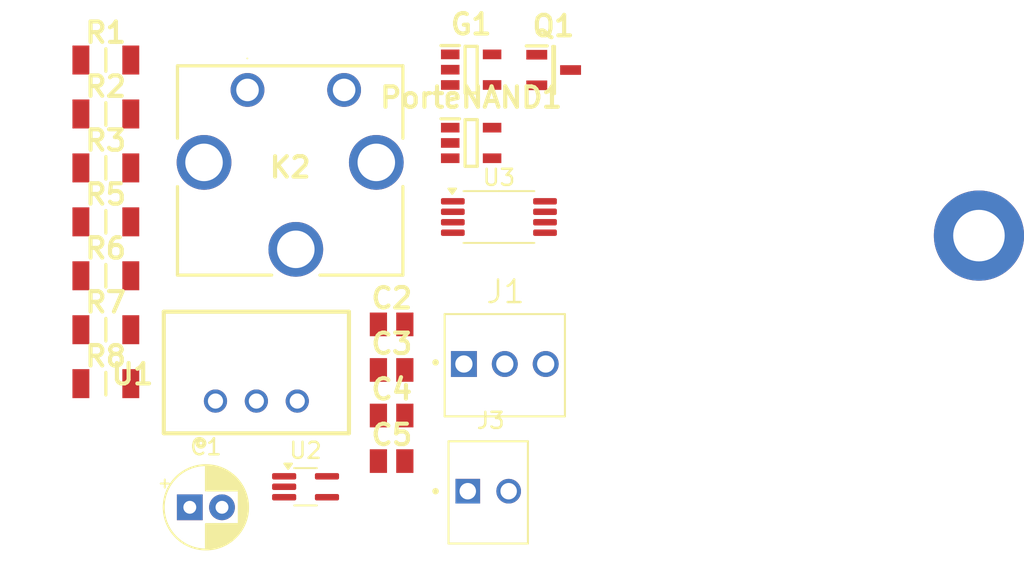
<source format=kicad_pcb>
(kicad_pcb (version 20240108) (generator "pcbnew") (generator_version "8.0")
  (layers (0 "F.Cu" signal) (31 "B.Cu" signal) (34 "B.Paste" user) (35 "F.Paste" user) (36 "B.SilkS" user "B.Silkscreen") (37 "F.SilkS" user "F.Silkscreen") (38 "B.Mask" user) (39 "F.Mask" user) (44 "Edge.Cuts" user))
  (net 0 "")
  (net 1 "GND")
  (net 2 "+12V")
  (net 3 "+5V")
  (net 4 "/SCS_Compliance")
  (net 5 "Net-(G1-Pad4)")
  (net 6 "Net-(G1-Pad1)")
  (net 7 "/SC in")
  (net 8 "/SC out")
  (net 9 "/Raw_Relay_On")
  (net 11 "Net-(K2-Pad1)")
  (net 12 "/Relay_Closed")
  (net 13 "/Raw_Relay_Closed")
  (net 14 "/0.75V")
  (net 15 "/4.25V")
  (footprint "EPSA_lib:RESC3216X70N" (layer "F.Cu") (at 121.03 73.55)
    (property "Reference" "R1" (at -0.011901 -1.701971 0) (layer "F.SilkS") (effects (font (size 1.27 1.27) (thickness 0.254))))
    (property "Value" "500k" (hide yes))
    (fp_line (start 0 -0.7) (end 0 0.7) (stroke (width 0.2)) (layer "F.SilkS"))
    (pad "1" smd rect (at -1.55 0) (size 1.05 1.8) (layers "F.Cu" "F.Paste" "F.Mask") (net 13 "/Raw_Relay_Closed"))
    (pad "2" smd rect (at 1.55 0) (size 1.05 1.8) (layers "F.Cu" "F.Paste" "F.Mask") (net 1 "GND"))
  )
  (footprint "EPSA_lib:CP112V" (layer "F.Cu") (at 129.829 75.408)
    (property "Reference" "K2" (at 2.65 4.808 0) (layer "F.SilkS") (effects (font (size 1.27 1.27) (thickness 0.254))))
    (property "Value" "Relais PCB" (hide yes))
    (fp_line (start -4.35 -1.5) (end 9.65 -1.5) (stroke (width 0.2)) (layer "F.SilkS"))
    (fp_line (start -4.35 3) (end -4.35 -1.5) (stroke (width 0.2)) (layer "F.SilkS"))
    (fp_line (start -4.35 6) (end -4.35 11.5) (stroke (width 0.2)) (layer "F.SilkS"))
    (fp_line (start -4.35 11.5) (end 1.5 11.5) (stroke (width 0.2)) (layer "F.SilkS"))
    (fp_line (start -0.039 -1.956) (end -0.039 -1.956) (stroke (width 0.053)) (layer "F.SilkS"))
    (fp_line (start 0.014 -1.956) (end 0.014 -1.956) (stroke (width 0.053)) (layer "F.SilkS"))
    (fp_line (start 4.5 11.5) (end 9.5 11.5) (stroke (width 0.2)) (layer "F.SilkS"))
    (fp_line (start 9.5 11.5) (end 9.65 11.5) (stroke (width 0.2)) (layer "F.SilkS"))
    (fp_line (start 9.65 -1.5) (end 9.65 3) (stroke (width 0.2)) (layer "F.SilkS"))
    (fp_line (start 9.65 11.5) (end 9.65 6) (stroke (width 0.2)) (layer "F.SilkS"))
    (fp_arc (start -0.039 -1.955) (mid -0.013 -1.982) (end 0.014 -1.956) (stroke (width 0.053)) (layer "F.SilkS"))
    (fp_arc (start 0.014 -1.955) (mid -0.013 -1.929) (end -0.039 -1.956) (stroke (width 0.053)) (layer "F.SilkS"))
    (pad "1" thru_hole circle (at 0 0) (size 2.1 2.1) (drill 1.4) (layers "*.Cu" "*.Mask") (net 11 "Net-(K2-Pad1)"))
    (pad "2" thru_hole circle (at -2.7 4.5) (size 3.4 3.4) (drill 2.33) (layers "*.Cu" "*.Mask") (net 7 "/SC in"))
    (pad "3" thru_hole circle (at 3 9.9) (size 3.4 3.4) (drill 2.33) (layers "*.Cu" "*.Mask"))
    (pad "4" thru_hole circle (at 8 4.5) (size 3.4 3.4) (drill 2.33) (layers "*.Cu" "*.Mask") (net 8 "/SC out"))
    (pad "5" thru_hole circle (at 6 0) (size 2.1 2.1) (drill 1.4) (layers "*.Cu" "*.Mask") (net 2 "+12V"))
  )
  (footprint "EPSA_lib:CAPC2012X130N" (layer "F.Cu") (at 138.78 98.46)
    (property "Reference" "C5" (at 0.011623 -1.627268 0) (layer "F.SilkS") (effects (font (size 1.27 1.27) (thickness 0.254))))
    (property "Value" "10n" (hide yes))
    (pad "1" smd rect (at -0.82 0) (size 1.07 1.47) (layers "F.Cu" "F.Paste" "F.Mask") (net 1 "GND"))
    (pad "2" smd rect (at 0.82 0) (size 1.07 1.47) (layers "F.Cu" "F.Paste" "F.Mask") (net 3 "+5V"))
  )
  (footprint "EPSA_lib:RESC3216X70N" (layer "F.Cu") (at 121.03 86.95)
    (property "Reference" "R6" (at -0.011901 -1.701971 0) (layer "F.SilkS") (effects (font (size 1.27 1.27) (thickness 0.254))))
    (property "Value" "12k" (hide yes))
    (fp_line (start 0 -0.7) (end 0 0.7) (stroke (width 0.2)) (layer "F.SilkS"))
    (pad "1" smd rect (at -1.55 0) (size 1.05 1.8) (layers "F.Cu" "F.Paste" "F.Mask") (net 15 "/4.25V"))
    (pad "2" smd rect (at 1.55 0) (size 1.05 1.8) (layers "F.Cu" "F.Paste" "F.Mask") (net 3 "+5V"))
  )
  (footprint "EPSA_lib:RESC3216X70N" (layer "F.Cu") (at 121.03 76.9)
    (property "Reference" "R2" (at -0.011901 -1.701971 0) (layer "F.SilkS") (effects (font (size 1.27 1.27) (thickness 0.254))))
    (property "Value" "82k" (hide yes))
    (fp_line (start 0 -0.7) (end 0 0.7) (stroke (width 0.2)) (layer "F.SilkS"))
    (pad "1" smd rect (at -1.55 0) (size 1.05 1.8) (layers "F.Cu" "F.Paste" "F.Mask") (net 14 "/0.75V"))
    (pad "2" smd rect (at 1.55 0) (size 1.05 1.8) (layers "F.Cu" "F.Paste" "F.Mask") (net 3 "+5V"))
  )
  (footprint "EPSA_lib:SOT95P237X112-3N" (layer "F.Cu") (at 148.845 74.17)
    (property "Reference" "Q1" (at -0.013584 -2.730562 0) (layer "F.SilkS") (effects (font (size 1.27 1.27) (thickness 0.254))))
    (property "Value" "NMOS SQ2348ES-T1_GE3" (hide yes))
    (fp_line (start -1.7 -1.5) (end -0.4 -1.5) (stroke (width 0.2)) (layer "F.SilkS"))
    (fp_line (start -0.05 -1.46) (end 0.05 -1.46) (stroke (width 0.2)) (layer "F.SilkS"))
    (fp_line (start -0.05 1.46) (end -0.05 -1.46) (stroke (width 0.2)) (layer "F.SilkS"))
    (fp_line (start 0.05 -1.46) (end 0.05 1.46) (stroke (width 0.2)) (layer "F.SilkS"))
    (fp_line (start 0.05 1.46) (end -0.05 1.46) (stroke (width 0.2)) (layer "F.SilkS"))
    (pad "1" smd rect (at -1.05 -0.95 90) (size 0.6 1.3) (layers "F.Cu" "F.Paste" "F.Mask") (net 5 "Net-(G1-Pad4)"))
    (pad "2" smd rect (at -1.05 0.95 90) (size 0.6 1.3) (layers "F.Cu" "F.Paste" "F.Mask") (net 1 "GND"))
    (pad "3" smd rect (at 1.05 0 90) (size 0.6 1.3) (layers "F.Cu" "F.Paste" "F.Mask") (net 11 "Net-(K2-Pad1)"))
  )
  (footprint "EPSA_lib:CAPC2012X130N" (layer "F.Cu") (at 138.78 89.97)
    (property "Reference" "C2" (at 0.011623 -1.627268 0) (layer "F.SilkS") (effects (font (size 1.27 1.27) (thickness 0.254))))
    (property "Value" "10n" (hide yes))
    (pad "1" smd rect (at -0.82 0) (size 1.07 1.47) (layers "F.Cu" "F.Paste" "F.Mask") (net 1 "GND"))
    (pad "2" smd rect (at 0.82 0) (size 1.07 1.47) (layers "F.Cu" "F.Paste" "F.Mask") (net 3 "+5V"))
  )
  (footprint "EPSA_lib:MOLEX_22-11-2032" (layer "F.Cu") (at 143.27 92.43)
    (property "Reference" "J1" (at 2.585 -4.489 0) (layer "F.SilkS") (effects (font (size 1.4 1.4))))
    (property "Value" "3P Droit 22-11-2032")
    (fp_line (start -1.195 -3.1) (end -1.195 3.25) (stroke (width 0.127)) (layer "F.SilkS"))
    (fp_line (start -1.195 3.25) (end 6.275 3.25) (stroke (width 0.127)) (layer "F.SilkS"))
    (fp_line (start 6.275 -3.1) (end -1.195 -3.1) (stroke (width 0.127)) (layer "F.SilkS"))
    (fp_line (start 6.275 3.25) (end 6.275 -3.1) (stroke (width 0.127)) (layer "F.SilkS"))
    (fp_circle (center -1.76 -0.1) (end -1.66 -0.1) (stroke (width 0.2)) (fill none) (layer "F.SilkS"))
    (pad "1" thru_hole rect (at 0 0) (size 1.61 1.61) (drill 1.07) (layers "*.Cu" "*.Mask") (net 7 "/SC in"))
    (pad "2" thru_hole circle (at 2.54 0) (size 1.61 1.61) (drill 1.07) (layers "*.Cu" "*.Mask") (net 9 "/Raw_Relay_On"))
    (pad "3" thru_hole circle (at 5.08 0) (size 1.61 1.61) (drill 1.07) (layers "*.Cu" "*.Mask") (net 8 "/SC out"))
  )
  (footprint "EPSA_lib:MOLEX_22-11-2022" (layer "F.Cu") (at 143.51 100.33)
    (property "Reference" "J3" (at 1.425 -4.385 0) (layer "F.SilkS"))
    (property "Value" "2P Droit 2-11-2022")
    (fp_line (start -1.195 -3.1) (end 3.735 -3.1) (stroke (width 0.127)) (layer "F.SilkS"))
    (fp_line (start -1.195 3.25) (end -1.195 -3.1) (stroke (width 0.127)) (layer "F.SilkS"))
    (fp_line (start 3.735 -3.1) (end 3.735 3.25) (stroke (width 0.127)) (layer "F.SilkS"))
    (fp_line (start 3.735 3.25) (end -1.195 3.25) (stroke (width 0.127)) (layer "F.SilkS"))
    (fp_circle (center -2 0) (end -1.9 0) (stroke (width 0.2)) (fill none) (layer "F.SilkS"))
    (pad "1" thru_hole rect (at 0 0) (size 1.53 1.53) (drill 1.02) (layers "*.Cu" "*.Mask") (net 1 "GND"))
    (pad "2" thru_hole circle (at 2.54 0) (size 1.53 1.53) (drill 1.02) (layers "*.Cu" "*.Mask") (net 2 "+12V"))
  )
  (footprint "EPSA_lib:CAPC2012X130N" (layer "F.Cu") (at 138.78 92.8)
    (property "Reference" "C3" (at 0.011623 -1.627268 0) (layer "F.SilkS") (effects (font (size 1.27 1.27) (thickness 0.254))))
    (property "Value" "10n" (hide yes))
    (pad "1" smd rect (at -0.82 0) (size 1.07 1.47) (layers "F.Cu" "F.Paste" "F.Mask") (net 1 "GND"))
    (pad "2" smd rect (at 0.82 0) (size 1.07 1.47) (layers "F.Cu" "F.Paste" "F.Mask") (net 3 "+5V"))
  )
  (footprint "EPSA_lib:CAPC2012X130N" (layer "F.Cu") (at 138.78 95.63)
    (property "Reference" "C4" (at 0.011623 -1.627268 0) (layer "F.SilkS") (effects (font (size 1.27 1.27) (thickness 0.254))))
    (property "Value" "10n" (hide yes))
    (pad "1" smd rect (at -0.82 0) (size 1.07 1.47) (layers "F.Cu" "F.Paste" "F.Mask") (net 1 "GND"))
    (pad "2" smd rect (at 0.82 0) (size 1.07 1.47) (layers "F.Cu" "F.Paste" "F.Mask") (net 3 "+5V"))
  )
  (footprint "EPSA_lib:SOT95P280X145-5N" (layer "F.Cu") (at 143.72 78.7)
    (property "Reference" "PorteNAND1" (at 0 -2.821039 0) (layer "F.SilkS") (effects (font (size 1.27 1.27) (thickness 0.254))))
    (property "Value" "Gate NAND SN74AHCT1G00DBVR" (hide yes))
    (fp_line (start -1.875 -1.5) (end -0.725 -1.5) (stroke (width 0.2)) (layer "F.SilkS"))
    (fp_line (start -0.375 -1.45) (end 0.375 -1.45) (stroke (width 0.2)) (layer "F.SilkS"))
    (fp_line (start -0.375 1.45) (end -0.375 -1.45) (stroke (width 0.2)) (layer "F.SilkS"))
    (fp_line (start 0.375 -1.45) (end 0.375 1.45) (stroke (width 0.2)) (layer "F.SilkS"))
    (fp_line (start 0.375 1.45) (end -0.375 1.45) (stroke (width 0.2)) (layer "F.SilkS"))
    (pad "1" smd rect (at -1.3 -0.95 90) (size 0.6 1.15) (layers "F.Cu" "F.Paste" "F.Mask") (net 12 "/Relay_Closed"))
    (pad "2" smd rect (at -1.3 0 90) (size 0.6 1.15) (layers "F.Cu" "F.Paste" "F.Mask") (net 12 "/Relay_Closed"))
    (pad "3" smd rect (at -1.3 0.95 90) (size 0.6 1.15) (layers "F.Cu" "F.Paste" "F.Mask") (net 1 "GND"))
    (pad "4" smd rect (at 1.3 0.95 90) (size 0.6 1.15) (layers "F.Cu" "F.Paste" "F.Mask") (net 6 "Net-(G1-Pad1)"))
    (pad "5" smd rect (at 1.3 -0.95 90) (size 0.6 1.15) (layers "F.Cu" "F.Paste" "F.Mask") (net 3 "+5V"))
  )
  (footprint "" (layer "F.Cu") (at 175.26 84.455)
    (property "Reference" "" (at 0 0 0) (layer "F.SilkS") (effects (font (size 1.27 1.27))))
    (property "Value" "")
    (pad "1" thru_hole circle (at 0 0) (size 5.6 5.6) (drill 3.2) (layers "*.Cu" "*.Mask"))
  )
  (footprint "EPSA_lib:SOT95P280X145-5N" (layer "F.Cu") (at 143.72 74.15)
    (property "Reference" "G1" (at 0 -2.821039 0) (layer "F.SilkS") (effects (font (size 1.27 1.27) (thickness 0.254))))
    (property "Value" "Gate AND SN74AHCT1G08DBVR" (hide yes))
    (fp_line (start -1.875 -1.5) (end -0.725 -1.5) (stroke (width 0.2)) (layer "F.SilkS"))
    (fp_line (start -0.375 -1.45) (end 0.375 -1.45) (stroke (width 0.2)) (layer "F.SilkS"))
    (fp_line (start -0.375 1.45) (end -0.375 -1.45) (stroke (width 0.2)) (layer "F.SilkS"))
    (fp_line (start 0.375 -1.45) (end 0.375 1.45) (stroke (width 0.2)) (layer "F.SilkS"))
    (fp_line (start 0.375 1.45) (end -0.375 1.45) (stroke (width 0.2)) (layer "F.SilkS"))
    (pad "1" smd rect (at -1.3 -0.95 90) (size 0.6 1.15) (layers "F.Cu" "F.Paste" "F.Mask") (net 6 "Net-(G1-Pad1)"))
    (pad "2" smd rect (at -1.3 0 90) (size 0.6 1.15) (layers "F.Cu" "F.Paste" "F.Mask") (net 4 "/SCS_Compliance"))
    (pad "3" smd rect (at -1.3 0.95 90) (size 0.6 1.15) (layers "F.Cu" "F.Paste" "F.Mask") (net 1 "GND"))
    (pad "4" smd rect (at 1.3 0.95 90) (size 0.6 1.15) (layers "F.Cu" "F.Paste" "F.Mask") (net 5 "Net-(G1-Pad4)"))
    (pad "5" smd rect (at 1.3 -0.95 90) (size 0.6 1.15) (layers "F.Cu" "F.Paste" "F.Mask") (net 3 "+5V"))
  )
  (footprint "EPSA_lib:RESC3216X70N" (layer "F.Cu") (at 121.03 83.6)
    (property "Reference" "R5" (at -0.011901 -1.701971 0) (layer "F.SilkS") (effects (font (size 1.27 1.27) (thickness 0.254))))
    (property "Value" "12k" (hide yes))
    (fp_line (start 0 -0.7) (end 0 0.7) (stroke (width 0.2)) (layer "F.SilkS"))
    (pad "1" smd rect (at -1.55 0) (size 1.05 1.8) (layers "F.Cu" "F.Paste" "F.Mask") (net 1 "GND"))
    (pad "2" smd rect (at 1.55 0) (size 1.05 1.8) (layers "F.Cu" "F.Paste" "F.Mask") (net 14 "/0.75V"))
  )
  (footprint "EPSA_lib:RESC3216X70N" (layer "F.Cu") (at 121.03 90.3)
    (property "Reference" "R7" (at -0.011901 -1.701971 0) (layer "F.SilkS") (effects (font (size 1.27 1.27) (thickness 0.254))))
    (property "Value" "82k" (hide yes))
    (fp_line (start 0 -0.7) (end 0 0.7) (stroke (width 0.2)) (layer "F.SilkS"))
    (pad "1" smd rect (at -1.55 0) (size 1.05 1.8) (layers "F.Cu" "F.Paste" "F.Mask") (net 1 "GND"))
    (pad "2" smd rect (at 1.55 0) (size 1.05 1.8) (layers "F.Cu" "F.Paste" "F.Mask") (net 15 "/4.25V"))
  )
  (footprint "Package_TO_SOT_SMD:SOT-353_SC-70-5_Handsoldering" (layer "F.Cu") (at 133.435 100.055)
    (property "Reference" "U2" (at 0 -2.25 0) (layer "F.SilkS"))
    (property "Value" "~")
    (fp_line (start -0.71 -1.16) (end 0.7 -1.16) (stroke (width 0.12)) (layer "F.SilkS"))
    (fp_line (start -0.7 1.16) (end 0.7 1.16) (stroke (width 0.12)) (layer "F.SilkS"))
    (fp_poly (pts (xy -1.08 -1.11) (xy -1.32 -1.44) (xy -0.84 -1.44) (xy -1.08 -1.11)) (stroke (width 0.12)) (fill solid) (layer "F.SilkS"))
    (pad "1" smd roundrect (at -1.33 -0.65) (size 1.5 0.4) (layers "F.Cu" "F.Paste" "F.Mask") (net 13 "/Raw_Relay_Closed"))
    (pad "2" smd roundrect (at -1.33 0) (size 1.5 0.4) (layers "F.Cu" "F.Paste" "F.Mask") (net 12 "/Relay_Closed"))
    (pad "3" smd roundrect (at -1.33 0.65) (size 1.5 0.4) (layers "F.Cu" "F.Paste" "F.Mask") (net 12 "/Relay_Closed"))
    (pad "4" smd roundrect (at 1.33 0.65) (size 1.5 0.4) (layers "F.Cu" "F.Paste" "F.Mask") (net 3 "+5V"))
    (pad "5" smd roundrect (at 1.33 -0.65) (size 1.5 0.4) (layers "F.Cu" "F.Paste" "F.Mask") (net 1 "GND"))
  )
  (footprint "EPSA_lib:TSR-0.5-2433" (layer "F.Cu") (at 124.63 96.732)
    (property "Reference" "U1" (at -1.944788 -3.669372 0) (layer "F.SilkS") (effects (font (size 1.27 1.27) (thickness 0.254))))
    (property "Value" "Alim LP TSR_0.5-2450" (hide yes))
    (fp_line (start 0 -7.55) (end 0 0) (stroke (width 0.254)) (layer "F.SilkS"))
    (fp_line (start 0 0) (end 11.5 0) (stroke (width 0.254)) (layer "F.SilkS"))
    (fp_line (start 11.5 -7.55) (end 0 -7.55) (stroke (width 0.254)) (layer "F.SilkS"))
    (fp_line (start 11.5 0) (end 11.5 -7.55) (stroke (width 0.254)) (layer "F.SilkS"))
    (fp_circle (center 2.306 0.613) (end 2.306 0.702) (stroke (width 0.254)) (fill none) (layer "F.SilkS"))
    (pad "1" thru_hole circle (at 3.21 -2) (size 1.44 1.44) (drill 0.94) (layers "*.Cu" "*.Mask") (net 2 "+12V"))
    (pad "2" thru_hole circle (at 5.75 -2) (size 1.44 1.44) (drill 0.94) (layers "*.Cu" "*.Mask") (net 1 "GND"))
    (pad "3" thru_hole circle (at 8.29 -2) (size 1.44 1.44) (drill 0.94) (layers "*.Cu" "*.Mask") (net 3 "+5V"))
  )
  (footprint "EPSA_lib:RESC3216X70N" (layer "F.Cu") (at 121.03 80.25)
    (property "Reference" "R3" (at -0.011901 -1.701971 0) (layer "F.SilkS") (effects (font (size 1.27 1.27) (thickness 0.254))))
    (property "Value" "10k" (hide yes))
    (fp_line (start 0 -0.7) (end 0 0.7) (stroke (width 0.2)) (layer "F.SilkS"))
    (pad "1" smd rect (at -1.55 0) (size 1.05 1.8) (layers "F.Cu" "F.Paste" "F.Mask") (net 3 "+5V"))
    (pad "2" smd rect (at 1.55 0) (size 1.05 1.8) (layers "F.Cu" "F.Paste" "F.Mask") (net 4 "/SCS_Compliance"))
  )
  (footprint "EPSA_lib:RESC3216X70N" (layer "F.Cu") (at 121.03 93.65)
    (property "Reference" "R8" (at -0.011901 -1.701971 0) (layer "F.SilkS") (effects (font (size 1.27 1.27) (thickness 0.254))))
    (property "Value" "10k" (hide yes))
    (fp_line (start 0 -0.7) (end 0 0.7) (stroke (width 0.2)) (layer "F.SilkS"))
    (pad "1" smd rect (at -1.55 0) (size 1.05 1.8) (layers "F.Cu" "F.Paste" "F.Mask") (net 3 "+5V"))
    (pad "2" smd rect (at 1.55 0) (size 1.05 1.8) (layers "F.Cu" "F.Paste" "F.Mask") (net 12 "/Relay_Closed"))
  )
  (footprint "Package_SO:TSSOP-8_4.4x3mm_P0.65mm" (layer "F.Cu") (at 145.445 83.3)
    (property "Reference" "U3" (at 0 -2.45 0) (layer "F.SilkS"))
    (property "Value" "Opamp_Dual")
    (fp_line (start 0 -1.61) (end -2.2 -1.61) (stroke (width 0.12)) (layer "F.SilkS"))
    (fp_line (start 0 -1.61) (end 2.2 -1.61) (stroke (width 0.12)) (layer "F.SilkS"))
    (fp_line (start 0 1.61) (end -2.2 1.61) (stroke (width 0.12)) (layer "F.SilkS"))
    (fp_line (start 0 1.61) (end 2.2 1.61) (stroke (width 0.12)) (layer "F.SilkS"))
    (fp_poly (pts (xy -2.9 -1.435) (xy -3.14 -1.765) (xy -2.66 -1.765) (xy -2.9 -1.435)) (stroke (width 0.12)) (fill solid) (layer "F.SilkS"))
    (pad "1" smd roundrect (at -2.8625 -0.975) (size 1.475 0.4) (layers "F.Cu" "F.Paste" "F.Mask") (net 12 "/Relay_Closed"))
    (pad "2" smd roundrect (at -2.8625 -0.325) (size 1.475 0.4) (layers "F.Cu" "F.Paste" "F.Mask") (net 14 "/0.75V"))
    (pad "3" smd roundrect (at -2.8625 0.325) (size 1.475 0.4) (layers "F.Cu" "F.Paste" "F.Mask") (net 4 "/SCS_Compliance"))
    (pad "4" smd roundrect (at -2.8625 0.975) (size 1.475 0.4) (layers "F.Cu" "F.Paste" "F.Mask") (net 1 "GND"))
    (pad "5" smd roundrect (at 2.8625 0.975) (size 1.475 0.4) (layers "F.Cu" "F.Paste" "F.Mask") (net 15 "/4.25V"))
    (pad "6" smd roundrect (at 2.8625 0.325) (size 1.475 0.4) (layers "F.Cu" "F.Paste" "F.Mask") (net 12 "/Relay_Closed"))
    (pad "7" smd roundrect (at 2.8625 -0.325) (size 1.475 0.4) (layers "F.Cu" "F.Paste" "F.Mask") (net 4 "/SCS_Compliance"))
    (pad "8" smd roundrect (at 2.8625 -0.975) (size 1.475 0.4) (layers "F.Cu" "F.Paste" "F.Mask") (net 3 "+5V"))
  )
  (footprint "Capacitor_THT:CP_Radial_D5.0mm_P2.00mm" (layer "F.Cu") (at 126.244775 101.33)
    (property "Reference" "C1" (at 1 -3.75 0) (layer "F.SilkS"))
    (property "Value" "C")
    (fp_line (start -1.804775 -1.475) (end -1.304775 -1.475) (stroke (width 0.12)) (layer "F.SilkS"))
    (fp_line (start -1.554775 -1.725) (end -1.554775 -1.225) (stroke (width 0.12)) (layer "F.SilkS"))
    (fp_line (start 1 -2.58) (end 1 -1.04) (stroke (width 0.12)) (layer "F.SilkS"))
    (fp_line (start 1 1.04) (end 1 2.58) (stroke (width 0.12)) (layer "F.SilkS"))
    (fp_line (start 1.04 -2.58) (end 1.04 -1.04) (stroke (width 0.12)) (layer "F.SilkS"))
    (fp_line (start 1.04 1.04) (end 1.04 2.58) (stroke (width 0.12)) (layer "F.SilkS"))
    (fp_line (start 1.08 -2.579) (end 1.08 -1.04) (stroke (width 0.12)) (layer "F.SilkS"))
    (fp_line (start 1.08 1.04) (end 1.08 2.579) (stroke (width 0.12)) (layer "F.SilkS"))
    (fp_line (start 1.12 -2.578) (end 1.12 -1.04) (stroke (width 0.12)) (layer "F.SilkS"))
    (fp_line (start 1.12 1.04) (end 1.12 2.578) (stroke (width 0.12)) (layer "F.SilkS"))
    (fp_line (start 1.16 -2.576) (end 1.16 -1.04) (stroke (width 0.12)) (layer "F.SilkS"))
    (fp_line (start 1.16 1.04) (end 1.16 2.576) (stroke (width 0.12)) (layer "F.SilkS"))
    (fp_line (start 1.2 -2.573) (end 1.2 -1.04) (stroke (width 0.12)) (layer "F.SilkS"))
    (fp_line (start 1.2 1.04) (end 1.2 2.573) (stroke (width 0.12)) (layer "F.SilkS"))
    (fp_line (start 1.24 -2.569) (end 1.24 -1.04) (stroke (width 0.12)) (layer "F.SilkS"))
    (fp_line (start 1.24 1.04) (end 1.24 2.569) (stroke (width 0.12)) (layer "F.SilkS"))
    (fp_line (start 1.28 -2.565) (end 1.28 -1.04) (stroke (width 0.12)) (layer "F.SilkS"))
    (fp_line (start 1.28 1.04) (end 1.28 2.565) (stroke (width 0.12)) (layer "F.SilkS"))
    (fp_line (start 1.32 -2.561) (end 1.32 -1.04) (stroke (width 0.12)) (layer "F.SilkS"))
    (fp_line (start 1.32 1.04) (end 1.32 2.561) (stroke (width 0.12)) (layer "F.SilkS"))
    (fp_line (start 1.36 -2.556) (end 1.36 -1.04) (stroke (width 0.12)) (layer "F.SilkS"))
    (fp_line (start 1.36 1.04) (end 1.36 2.556) (stroke (width 0.12)) (layer "F.SilkS"))
    (fp_line (start 1.4 -2.55) (end 1.4 -1.04) (stroke (width 0.12)) (layer "F.SilkS"))
    (fp_line (start 1.4 1.04) (end 1.4 2.55) (stroke (width 0.12)) (layer "F.SilkS"))
    (fp_line (start 1.44 -2.543) (end 1.44 -1.04) (stroke (width 0.12)) (layer "F.SilkS"))
    (fp_line (start 1.44 1.04) (end 1.44 2.543) (stroke (width 0.12)) (layer "F.SilkS"))
    (fp_line (start 1.48 -2.536) (end 1.48 -1.04) (stroke (width 0.12)) (layer "F.SilkS"))
    (fp_line (start 1.48 1.04) (end 1.48 2.536) (stroke (width 0.12)) (layer "F.SilkS"))
    (fp_line (start 1.52 -2.528) (end 1.52 -1.04) (stroke (width 0.12)) (layer "F.SilkS"))
    (fp_line (start 1.52 1.04) (end 1.52 2.528) (stroke (width 0.12)) (layer "F.SilkS"))
    (fp_line (start 1.56 -2.52) (end 1.56 -1.04) (stroke (width 0.12)) (layer "F.SilkS"))
    (fp_line (start 1.56 1.04) (end 1.56 2.52) (stroke (width 0.12)) (layer "F.SilkS"))
    (fp_line (start 1.6 -2.511) (end 1.6 -1.04) (stroke (width 0.12)) (layer "F.SilkS"))
    (fp_line (start 1.6 1.04) (end 1.6 2.511) (stroke (width 0.12)) (layer "F.SilkS"))
    (fp_line (start 1.64 -2.501) (end 1.64 -1.04) (stroke (width 0.12)) (layer "F.SilkS"))
    (fp_line (start 1.64 1.04) (end 1.64 2.501) (stroke (width 0.12)) (layer "F.SilkS"))
    (fp_line (start 1.68 -2.491) (end 1.68 -1.04) (stroke (width 0.12)) (layer "F.SilkS"))
    (fp_line (start 1.68 1.04) (end 1.68 2.491) (stroke (width 0.12)) (layer "F.SilkS"))
    (fp_line (start 1.721 -2.48) (end 1.721 -1.04) (stroke (width 0.12)) (layer "F.SilkS"))
    (fp_line (start 1.721 1.04) (end 1.721 2.48) (stroke (width 0.12)) (layer "F.SilkS"))
    (fp_line (start 1.761 -2.468) (end 1.761 -1.04) (stroke (width 0.12)) (layer "F.SilkS"))
    (fp_line (start 1.761 1.04) (end 1.761 2.468) (stroke (width 0.12)) (layer "F.SilkS"))
    (fp_line (start 1.801 -2.455) (end 1.801 -1.04) (stroke (width 0.12)) (layer "F.SilkS"))
    (fp_line (start 1.801 1.04) (end 1.801 2.455) (stroke (width 0.12)) (layer "F.SilkS"))
    (fp_line (start 1.841 -2.442) (end 1.841 -1.04) (stroke (width 0.12)) (layer "F.SilkS"))
    (fp_line (start 1.841 1.04) (end 1.841 2.442) (stroke (width 0.12)) (layer "F.SilkS"))
    (fp_line (start 1.881 -2.428) (end 1.881 -1.04) (stroke (width 0.12)) (layer "F.SilkS"))
    (fp_line (start 1.881 1.04) (end 1.881 2.428) (stroke (width 0.12)) (layer "F.SilkS"))
    (fp_line (start 1.921 -2.414) (end 1.921 -1.04) (stroke (width 0.12)) (layer "F.SilkS"))
    (fp_line (start 1.921 1.04) (end 1.921 2.414) (stroke (width 0.12)) (layer "F.SilkS"))
    (fp_line (start 1.961 -2.398) (end 1.961 -1.04) (stroke (width 0.12)) (layer "F.SilkS"))
    (fp_line (start 1.961 1.04) (end 1.961 2.398) (stroke (width 0.12)) (layer "F.SilkS"))
    (fp_line (start 2.001 -2.382) (end 2.001 -1.04) (stroke (width 0.12)) (layer "F.SilkS"))
    (fp_line (start 2.001 1.04) (end 2.001 2.382) (stroke (width 0.12)) (layer "F.SilkS"))
    (fp_line (start 2.041 -2.365) (end 2.041 -1.04) (stroke (width 0.12)) (layer "F.SilkS"))
    (fp_line (start 2.041 1.04) (end 2.041 2.365) (stroke (width 0.12)) (layer "F.SilkS"))
    (fp_line (start 2.081 -2.348) (end 2.081 -1.04) (stroke (width 0.12)) (layer "F.SilkS"))
    (fp_line (start 2.081 1.04) (end 2.081 2.348) (stroke (width 0.12)) (layer "F.SilkS"))
    (fp_line (start 2.121 -2.329) (end 2.121 -1.04) (stroke (width 0.12)) (layer "F.SilkS"))
    (fp_line (start 2.121 1.04) (end 2.121 2.329) (stroke (width 0.12)) (layer "F.SilkS"))
    (fp_line (start 2.161 -2.31) (end 2.161 -1.04) (stroke (width 0.12)) (layer "F.SilkS"))
    (fp_line (start 2.161 1.04) (end 2.161 2.31) (stroke (width 0.12)) (layer "F.SilkS"))
    (fp_line (start 2.201 -2.29) (end 2.201 -1.04) (stroke (width 0.12)) (layer "F.SilkS"))
    (fp_line (start 2.201 1.04) (end 2.201 2.29) (stroke (width 0.12)) (layer "F.SilkS"))
    (fp_line (start 2.241 -2.268) (end 2.241 -1.04) (stroke (width 0.12)) (layer "F.SilkS"))
    (fp_line (start 2.241 1.04) (end 2.241 2.268) (stroke (width 0.12)) (layer "F.SilkS"))
    (fp_line (start 2.281 -2.247) (end 2.281 -1.04) (stroke (width 0.12)) (layer "F.SilkS"))
    (fp_line (start 2.281 1.04) (end 2.281 2.247) (stroke (width 0.12)) (layer "F.SilkS"))
    (fp_line (start 2.321 -2.224) (end 2.321 -1.04) (stroke (width 0.12)) (layer "F.SilkS"))
    (fp_line (start 2.321 1.04) (end 2.321 2.224) (stroke (width 0.12)) (layer "F.SilkS"))
    (fp_line (start 2.361 -2.2) (end 2.361 -1.04) (stroke (width 0.12)) (layer "F.SilkS"))
    (fp_line (start 2.361 1.04) (end 2.361 2.2) (stroke (width 0.12)) (layer "F.SilkS"))
    (fp_line (start 2.401 -2.175) (end 2.401 -1.04) (stroke (width 0.12)) (layer "F.SilkS"))
    (fp_line (start 2.401 1.04) (end 2.401 2.175) (stroke (width 0.12)) (layer "F.SilkS"))
    (fp_line (start 2.441 -2.149) (end 2.441 -1.04) (stroke (width 0.12)) (layer "F.SilkS"))
    (fp_line (start 2.441 1.04) (end 2.441 2.149) (stroke (width 0.12)) (layer "F.SilkS"))
    (fp_line (start 2.481 -2.122) (end 2.481 -1.04) (stroke (width 0.12)) (layer "F.SilkS"))
    (fp_line (start 2.481 1.04) (end 2.481 2.122) (stroke (width 0.12)) (layer "F.SilkS"))
    (fp_line (start 2.521 -2.095) (end 2.521 -1.04) (stroke (width 0.12)) (layer "F.SilkS"))
    (fp_line (start 2.521 1.04) (end 2.521 2.095) (stroke (width 0.12)) (layer "F.SilkS"))
    (fp_line (start 2.561 -2.065) (end 2.561 -1.04) (stroke (width 0.12)) (layer "F.SilkS"))
    (fp_line (start 2.561 1.04) (end 2.561 2.065) (stroke (width 0.12)) (layer "F.SilkS"))
    (fp_line (start 2.601 -2.035) (end 2.601 -1.04) (stroke (width 0.12)) (layer "F.SilkS"))
    (fp_line (start 2.601 1.04) (end 2.601 2.035) (stroke (width 0.12)) (layer "F.SilkS"))
    (fp_line (start 2.641 -2.004) (end 2.641 -1.04) (stroke (width 0.12)) (layer "F.SilkS"))
    (fp_line (start 2.641 1.04) (end 2.641 2.004) (stroke (width 0.12)) (layer "F.SilkS"))
    (fp_line (start 2.681 -1.971) (end 2.681 -1.04) (stroke (width 0.12)) (layer "F.SilkS"))
    (fp_line (start 2.681 1.04) (end 2.681 1.971) (stroke (width 0.12)) (layer "F.SilkS"))
    (fp_line (start 2.721 -1.937) (end 2.721 -1.04) (stroke (width 0.12)) (layer "F.SilkS"))
    (fp_line (start 2.721 1.04) (end 2.721 1.937) (stroke (width 0.12)) (layer "F.SilkS"))
    (fp_line (start 2.761 -1.901) (end 2.761 -1.04) (stroke (width 0.12)) (layer "F.SilkS"))
    (fp_line (start 2.761 1.04) (end 2.761 1.901) (stroke (width 0.12)) (layer "F.SilkS"))
    (fp_line (start 2.801 -1.864) (end 2.801 -1.04) (stroke (width 0.12)) (layer "F.SilkS"))
    (fp_line (start 2.801 1.04) (end 2.801 1.864) (stroke (width 0.12)) (layer "F.SilkS"))
    (fp_line (start 2.841 -1.826) (end 2.841 -1.04) (stroke (width 0.12)) (layer "F.SilkS"))
    (fp_line (start 2.841 1.04) (end 2.841 1.826) (stroke (width 0.12)) (layer "F.SilkS"))
    (fp_line (start 2.881 -1.785) (end 2.881 -1.04) (stroke (width 0.12)) (layer "F.SilkS"))
    (fp_line (start 2.881 1.04) (end 2.881 1.785) (stroke (width 0.12)) (layer "F.SilkS"))
    (fp_line (start 2.921 -1.743) (end 2.921 -1.04) (stroke (width 0.12)) (layer "F.SilkS"))
    (fp_line (start 2.921 1.04) (end 2.921 1.743) (stroke (width 0.12)) (layer "F.SilkS"))
    (fp_line (start 2.961 -1.699) (end 2.961 -1.04) (stroke (width 0.12)) (layer "F.SilkS"))
    (fp_line (start 2.961 1.04) (end 2.961 1.699) (stroke (width 0.12)) (layer "F.SilkS"))
    (fp_line (start 3.001 -1.653) (end 3.001 -1.04) (stroke (width 0.12)) (layer "F.SilkS"))
    (fp_line (start 3.001 1.04) (end 3.001 1.653) (stroke (width 0.12)) (layer "F.SilkS"))
    (fp_line (start 3.041 -1.605) (end 3.041 1.605) (stroke (width 0.12)) (layer "F.SilkS"))
    (fp_line (start 3.081 -1.554) (end 3.081 1.554) (stroke (width 0.12)) (layer "F.SilkS"))
    (fp_line (start 3.121 -1.5) (end 3.121 1.5) (stroke (width 0.12)) (layer "F.SilkS"))
    (fp_line (start 3.161 -1.443) (end 3.161 1.443) (stroke (width 0.12)) (layer "F.SilkS"))
    (fp_line (start 3.201 -1.383) (end 3.201 1.383) (stroke (width 0.12)) (layer "F.SilkS"))
    (fp_line (start 3.241 -1.319) (end 3.241 1.319) (stroke (width 0.12)) (layer "F.SilkS"))
    (fp_line (start 3.281 -1.251) (end 3.281 1.251) (stroke (width 0.12)) (layer "F.SilkS"))
    (fp_line (start 3.321 -1.178) (end 3.321 1.178) (stroke (width 0.12)) (layer "F.SilkS"))
    (fp_line (start 3.361 -1.098) (end 3.361 1.098) (stroke (width 0.12)) (layer "F.SilkS"))
    (fp_line (start 3.401 -1.011) (end 3.401 1.011) (stroke (width 0.12)) (layer "F.SilkS"))
    (fp_line (start 3.441 -0.915) (end 3.441 0.915) (stroke (width 0.12)) (layer "F.SilkS"))
    (fp_line (start 3.481 -0.805) (end 3.481 0.805) (stroke (width 0.12)) (layer "F.SilkS"))
    (fp_line (start 3.521 -0.677) (end 3.521 0.677) (stroke (width 0.12)) (layer "F.SilkS"))
    (fp_line (start 3.561 -0.518) (end 3.561 0.518) (stroke (width 0.12)) (layer "F.SilkS"))
    (fp_line (start 3.601 -0.284) (end 3.601 0.284) (stroke (width 0.12)) (layer "F.SilkS"))
    (fp_circle (center 1 0) (end 3.62 0) (stroke (width 0.12)) (fill none) (layer "F.SilkS"))
    (pad "1" thru_hole rect (at 0 0) (size 1.6 1.6) (drill 0.8) (layers "*.Cu" "*.Mask") (net 1 "GND"))
    (pad "2" thru_hole circle (at 2 0) (size 1.6 1.6) (drill 0.8) (layers "*.Cu" "*.Mask") (net 2 "+12V"))
  )
)
</source>
